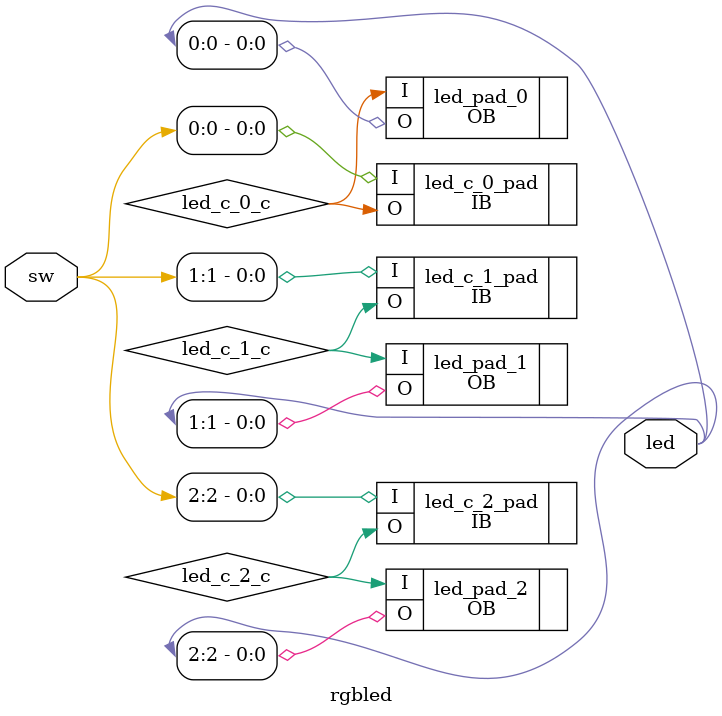
<source format=v>

module rgbled (sw, led);   // e:/fpgaproject/stepmxo2/workshop/lab2/led.v(18[8:14])
    input [2:0]sw;   // e:/fpgaproject/stepmxo2/workshop/lab2/led.v(20[14:16])
    output [2:0]led;   // e:/fpgaproject/stepmxo2/workshop/lab2/led.v(21[15:18])
    
    
    wire led_c_2_c, led_c_1_c, led_c_0_c, GND_net, VCC_net;
    
    VLO i23 (.Z(GND_net));
    OB led_pad_2 (.I(led_c_2_c), .O(led[2]));   // e:/fpgaproject/stepmxo2/workshop/lab2/led.v(21[15:18])
    OB led_pad_1 (.I(led_c_1_c), .O(led[1]));   // e:/fpgaproject/stepmxo2/workshop/lab2/led.v(21[15:18])
    OB led_pad_0 (.I(led_c_0_c), .O(led[0]));   // e:/fpgaproject/stepmxo2/workshop/lab2/led.v(21[15:18])
    IB led_c_2_pad (.I(sw[2]), .O(led_c_2_c));   // e:/fpgaproject/stepmxo2/workshop/lab2/led.v(20[14:16])
    IB led_c_1_pad (.I(sw[1]), .O(led_c_1_c));   // e:/fpgaproject/stepmxo2/workshop/lab2/led.v(20[14:16])
    IB led_c_0_pad (.I(sw[0]), .O(led_c_0_c));   // e:/fpgaproject/stepmxo2/workshop/lab2/led.v(20[14:16])
    GSR GSR_INST (.GSR(VCC_net));
    TSALL TSALL_INST (.TSALL(GND_net));
    PUR PUR_INST (.PUR(VCC_net));
    defparam PUR_INST.RST_PULSE = 1;
    VHI i24 (.Z(VCC_net));
    
endmodule
//
// Verilog Description of module TSALL
// module not written out since it is a black-box. 
//

//
// Verilog Description of module PUR
// module not written out since it is a black-box. 
//


</source>
